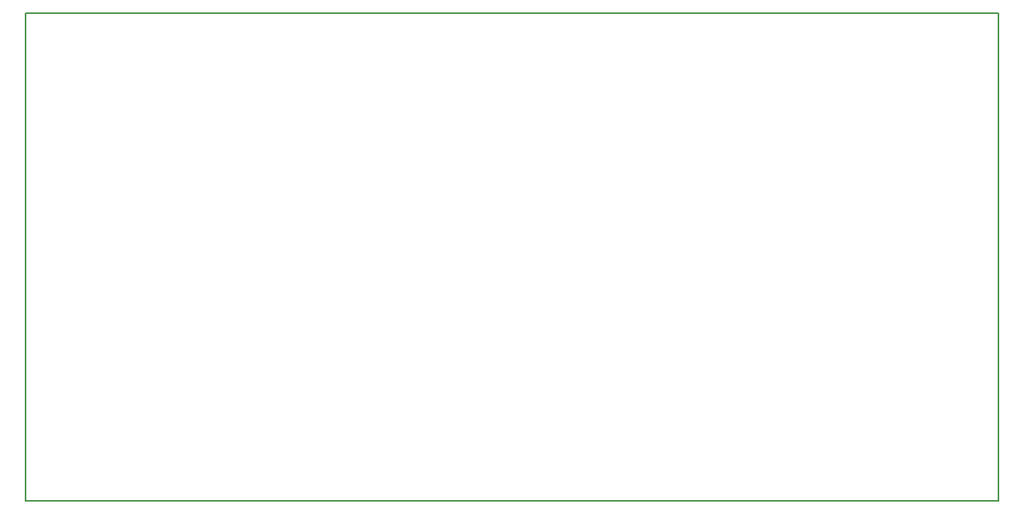
<source format=gm1>
G04 MADE WITH FRITZING*
G04 WWW.FRITZING.ORG*
G04 DOUBLE SIDED*
G04 HOLES PLATED*
G04 CONTOUR ON CENTER OF CONTOUR VECTOR*
%ASAXBY*%
%FSLAX23Y23*%
%MOIN*%
%OFA0B0*%
%SFA1.0B1.0*%
%ADD10R,4.196370X2.109180*%
%ADD11C,0.008000*%
%ADD10C,0.008*%
%LNCONTOUR*%
G90*
G70*
G54D10*
G54D11*
X4Y2105D02*
X4192Y2105D01*
X4192Y4D01*
X4Y4D01*
X4Y2105D01*
D02*
G04 End of contour*
M02*
</source>
